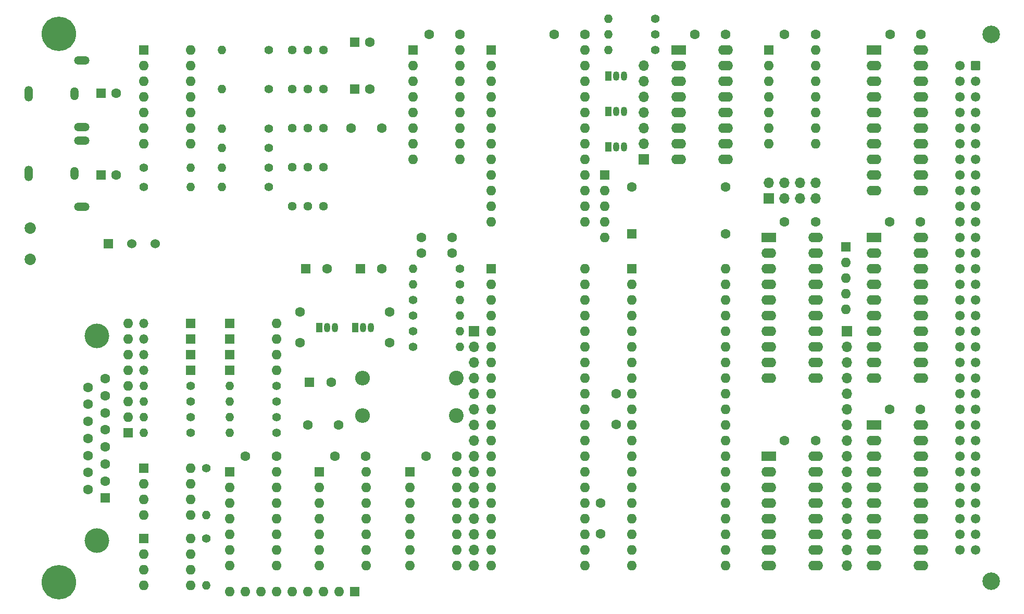
<source format=gbr>
%TF.GenerationSoftware,KiCad,Pcbnew,8.0.6-8.0.6-0~ubuntu22.04.1*%
%TF.CreationDate,2024-11-17T18:13:22+01:00*%
%TF.ProjectId,z80-SOUND,7a38302d-534f-4554-9e44-2e6b69636164,rev?*%
%TF.SameCoordinates,Original*%
%TF.FileFunction,Soldermask,Bot*%
%TF.FilePolarity,Negative*%
%FSLAX46Y46*%
G04 Gerber Fmt 4.6, Leading zero omitted, Abs format (unit mm)*
G04 Created by KiCad (PCBNEW 8.0.6-8.0.6-0~ubuntu22.04.1) date 2024-11-17 18:13:22*
%MOMM*%
%LPD*%
G01*
G04 APERTURE LIST*
G04 Aperture macros list*
%AMRoundRect*
0 Rectangle with rounded corners*
0 $1 Rounding radius*
0 $2 $3 $4 $5 $6 $7 $8 $9 X,Y pos of 4 corners*
0 Add a 4 corners polygon primitive as box body*
4,1,4,$2,$3,$4,$5,$6,$7,$8,$9,$2,$3,0*
0 Add four circle primitives for the rounded corners*
1,1,$1+$1,$2,$3*
1,1,$1+$1,$4,$5*
1,1,$1+$1,$6,$7*
1,1,$1+$1,$8,$9*
0 Add four rect primitives between the rounded corners*
20,1,$1+$1,$2,$3,$4,$5,0*
20,1,$1+$1,$4,$5,$6,$7,0*
20,1,$1+$1,$6,$7,$8,$9,0*
20,1,$1+$1,$8,$9,$2,$3,0*%
G04 Aperture macros list end*
%ADD10C,1.600000*%
%ADD11R,1.600000X1.600000*%
%ADD12O,1.600000X1.600000*%
%ADD13C,1.400000*%
%ADD14O,1.400000X1.400000*%
%ADD15C,2.400000*%
%ADD16O,2.400000X2.400000*%
%ADD17C,1.440000*%
%ADD18C,4.000000*%
%ADD19R,1.700000X1.700000*%
%ADD20O,1.700000X1.700000*%
%ADD21R,1.500000X1.500000*%
%ADD22O,1.500000X1.500000*%
%ADD23O,1.324000X2.124000*%
%ADD24O,2.524000X1.324000*%
%ADD25O,1.324000X2.524000*%
%ADD26R,2.400000X1.600000*%
%ADD27O,2.400000X1.600000*%
%ADD28R,1.050000X1.500000*%
%ADD29O,1.050000X1.500000*%
%ADD30C,2.850000*%
%ADD31C,5.600000*%
%ADD32RoundRect,0.249999X-0.525001X0.525001X-0.525001X-0.525001X0.525001X-0.525001X0.525001X0.525001X0*%
%ADD33C,1.550000*%
%ADD34R,1.524000X1.524000*%
%ADD35C,1.524000*%
%ADD36C,1.854200*%
G04 APERTURE END LIST*
D10*
%TO.C,C12*%
X131525000Y-83820000D03*
X136525000Y-83820000D03*
%TD*%
%TO.C,C7*%
X195580000Y-50800000D03*
X190580000Y-50800000D03*
%TD*%
D11*
%TO.C,U5*%
X142875000Y-53340000D03*
D12*
X142875000Y-55880000D03*
X142875000Y-58420000D03*
X142875000Y-60960000D03*
X142875000Y-63500000D03*
X142875000Y-66040000D03*
X142875000Y-68580000D03*
X142875000Y-71120000D03*
X142875000Y-73660000D03*
X142875000Y-76200000D03*
X142875000Y-78740000D03*
X142875000Y-81280000D03*
X158115000Y-81280000D03*
X158115000Y-78740000D03*
X158115000Y-76200000D03*
X158115000Y-73660000D03*
X158115000Y-71120000D03*
X158115000Y-68580000D03*
X158115000Y-66040000D03*
X158115000Y-63500000D03*
X158115000Y-60960000D03*
X158115000Y-58420000D03*
X158115000Y-55880000D03*
X158115000Y-53340000D03*
%TD*%
D10*
%TO.C,C21*%
X122475000Y-119380000D03*
X117475000Y-119380000D03*
%TD*%
D11*
%TO.C,RN4*%
X120650000Y-141351000D03*
D12*
X118110000Y-141351000D03*
X115570000Y-141351000D03*
X113030000Y-141351000D03*
X110490000Y-141351000D03*
X107950000Y-141351000D03*
X105410000Y-141351000D03*
X102870000Y-141351000D03*
X100330000Y-141351000D03*
%TD*%
D11*
%TO.C,D4*%
X100330000Y-105410000D03*
D12*
X107950000Y-105410000D03*
%TD*%
D11*
%TO.C,C8*%
X120650000Y-52070000D03*
D10*
X123150000Y-52070000D03*
%TD*%
D13*
%TO.C,R21*%
X93980000Y-115545000D03*
D14*
X86360000Y-115545000D03*
%TD*%
D15*
%TO.C,FB2*%
X137160000Y-106680000D03*
D16*
X121920000Y-106680000D03*
%TD*%
D13*
%TO.C,R18*%
X107950000Y-113030000D03*
D14*
X100330000Y-113030000D03*
%TD*%
D17*
%TO.C,RV3*%
X115570000Y-66040000D03*
X113030000Y-66040000D03*
X110490000Y-66040000D03*
%TD*%
D11*
%TO.C,U13*%
X114935000Y-121920000D03*
D12*
X114935000Y-124460000D03*
X114935000Y-127000000D03*
X114935000Y-129540000D03*
X114935000Y-132080000D03*
X114935000Y-134620000D03*
X114935000Y-137160000D03*
X122555000Y-137160000D03*
X122555000Y-134620000D03*
X122555000Y-132080000D03*
X122555000Y-129540000D03*
X122555000Y-127000000D03*
X122555000Y-124460000D03*
X122555000Y-121920000D03*
%TD*%
D11*
%TO.C,C18*%
X112705000Y-88900000D03*
D10*
X116205000Y-88900000D03*
%TD*%
D13*
%TO.C,R5*%
X106680000Y-75565000D03*
D14*
X99060000Y-75565000D03*
%TD*%
D11*
%TO.C,RN2*%
X83820000Y-115570000D03*
D12*
X83820000Y-113030000D03*
X83820000Y-110490000D03*
X83820000Y-107950000D03*
X83820000Y-105410000D03*
X83820000Y-102870000D03*
X83820000Y-100330000D03*
X83820000Y-97790000D03*
%TD*%
D13*
%TO.C,R22*%
X93980000Y-113030000D03*
D14*
X86360000Y-113030000D03*
%TD*%
D18*
%TO.C,J5*%
X78737600Y-99807600D03*
X78737600Y-133107600D03*
D11*
X80157600Y-126152600D03*
D10*
X80157600Y-123382600D03*
X80157600Y-120612600D03*
X80157600Y-117842600D03*
X80157600Y-115072600D03*
X80157600Y-112302600D03*
X80157600Y-109532600D03*
X80157600Y-106762600D03*
X77317600Y-124767600D03*
X77317600Y-121997600D03*
X77317600Y-119227600D03*
X77317600Y-116457600D03*
X77317600Y-113687600D03*
X77317600Y-110917600D03*
X77317600Y-108147600D03*
%TD*%
D13*
%TO.C,R10*%
X130175000Y-99060000D03*
D14*
X137795000Y-99060000D03*
%TD*%
D10*
%TO.C,C26*%
X163195000Y-109220000D03*
X163195000Y-114220000D03*
%TD*%
%TO.C,C2*%
X212685000Y-50800000D03*
X207685000Y-50800000D03*
%TD*%
%TO.C,C25*%
X180975000Y-50800000D03*
X175975000Y-50800000D03*
%TD*%
%TO.C,C4*%
X212645000Y-111760000D03*
X207645000Y-111760000D03*
%TD*%
D11*
%TO.C,RN1*%
X200533000Y-85344000D03*
D12*
X200533000Y-87884000D03*
X200533000Y-90424000D03*
X200533000Y-92964000D03*
X200533000Y-95504000D03*
%TD*%
D19*
%TO.C,U19*%
X167640000Y-71120000D03*
D20*
X167640000Y-68580000D03*
X167640000Y-66040000D03*
X167640000Y-63500000D03*
X167640000Y-60960000D03*
X167640000Y-58420000D03*
X167640000Y-55880000D03*
%TD*%
D21*
%TO.C,D8*%
X93980000Y-105410000D03*
D22*
X86360000Y-105410000D03*
%TD*%
D13*
%TO.C,R15*%
X107950000Y-110490000D03*
D14*
X100330000Y-110490000D03*
%TD*%
D13*
%TO.C,R7*%
X86360000Y-72415000D03*
D14*
X93980000Y-72415000D03*
%TD*%
D13*
%TO.C,R14*%
X137795000Y-91440000D03*
D14*
X130175000Y-91440000D03*
%TD*%
D11*
%TO.C,U7*%
X187960000Y-53340000D03*
D12*
X187960000Y-55880000D03*
X187960000Y-58420000D03*
X187960000Y-60960000D03*
X187960000Y-63500000D03*
X187960000Y-66040000D03*
X187960000Y-68580000D03*
X195580000Y-68580000D03*
X195580000Y-66040000D03*
X195580000Y-63500000D03*
X195580000Y-60960000D03*
X195580000Y-58420000D03*
X195580000Y-55880000D03*
X195580000Y-53340000D03*
%TD*%
D17*
%TO.C,RV4*%
X115570000Y-72390000D03*
X113030000Y-72390000D03*
X110490000Y-72390000D03*
%TD*%
D13*
%TO.C,R4*%
X106680000Y-66065000D03*
D14*
X99060000Y-66065000D03*
%TD*%
D11*
%TO.C,U16*%
X86360000Y-132725000D03*
D12*
X86360000Y-135265000D03*
X86360000Y-137805000D03*
X86360000Y-140345000D03*
X93980000Y-140345000D03*
X93980000Y-137805000D03*
X93980000Y-135265000D03*
X93980000Y-132725000D03*
%TD*%
D10*
%TO.C,C13*%
X131525000Y-86360000D03*
X136525000Y-86360000D03*
%TD*%
D19*
%TO.C,J7*%
X200660000Y-99060000D03*
D20*
X200660000Y-101600000D03*
X200660000Y-104140000D03*
X200660000Y-106680000D03*
X200660000Y-109220000D03*
X200660000Y-111760000D03*
X200660000Y-114300000D03*
X200660000Y-116840000D03*
X200660000Y-119380000D03*
X200660000Y-121920000D03*
X200660000Y-124460000D03*
X200660000Y-127000000D03*
X200660000Y-129540000D03*
X200660000Y-132080000D03*
X200660000Y-134620000D03*
X200660000Y-137160000D03*
%TD*%
D13*
%TO.C,R25*%
X169545000Y-48260000D03*
D14*
X161925000Y-48260000D03*
%TD*%
D17*
%TO.C,RV2*%
X115570000Y-59690000D03*
X113030000Y-59690000D03*
X110490000Y-59690000D03*
%TD*%
D13*
%TO.C,R9*%
X130175000Y-101600000D03*
D14*
X137795000Y-101600000D03*
%TD*%
D10*
%TO.C,C27*%
X160655000Y-127000000D03*
X160655000Y-132000000D03*
%TD*%
D13*
%TO.C,R3*%
X106680000Y-69215000D03*
D14*
X99060000Y-69215000D03*
%TD*%
D13*
%TO.C,R6*%
X106680000Y-72415000D03*
D14*
X99060000Y-72415000D03*
%TD*%
D11*
%TO.C,U15*%
X86360000Y-121280000D03*
D12*
X86360000Y-123820000D03*
X86360000Y-126360000D03*
X86360000Y-128900000D03*
X93980000Y-128900000D03*
X93980000Y-126360000D03*
X93980000Y-123820000D03*
X93980000Y-121280000D03*
%TD*%
D13*
%TO.C,R13*%
X137795000Y-88900000D03*
D14*
X130175000Y-88900000D03*
%TD*%
D23*
%TO.C,J3*%
X75158600Y-60430400D03*
D24*
X76358600Y-55030400D03*
D25*
X67658600Y-60430400D03*
D24*
X76358600Y-65830400D03*
%TD*%
D21*
%TO.C,D6*%
X93980000Y-100330000D03*
D22*
X86360000Y-100330000D03*
%TD*%
D13*
%TO.C,R16*%
X107950000Y-107950000D03*
D14*
X100330000Y-107950000D03*
%TD*%
D17*
%TO.C,RV1*%
X115570000Y-53340000D03*
X113030000Y-53340000D03*
X110490000Y-53340000D03*
%TD*%
%TO.C,RV5*%
X115570000Y-78740000D03*
X113030000Y-78740000D03*
X110490000Y-78740000D03*
%TD*%
D13*
%TO.C,R23*%
X96520000Y-121285000D03*
D14*
X96520000Y-128905000D03*
%TD*%
D10*
%TO.C,C16*%
X126365000Y-100925000D03*
X126365000Y-95925000D03*
%TD*%
%TO.C,C14*%
X113070000Y-114300000D03*
X118070000Y-114300000D03*
%TD*%
D13*
%TO.C,R12*%
X130175000Y-93980000D03*
D14*
X137795000Y-93980000D03*
%TD*%
D26*
%TO.C,U8*%
X187960000Y-119380000D03*
D27*
X187960000Y-121920000D03*
X187960000Y-124460000D03*
X187960000Y-127000000D03*
X187960000Y-129540000D03*
X187960000Y-132080000D03*
X187960000Y-134620000D03*
X187960000Y-137160000D03*
X195580000Y-137160000D03*
X195580000Y-134620000D03*
X195580000Y-132080000D03*
X195580000Y-129540000D03*
X195580000Y-127000000D03*
X195580000Y-124460000D03*
X195580000Y-121920000D03*
X195580000Y-119380000D03*
%TD*%
D10*
%TO.C,C5*%
X195580000Y-116840000D03*
X190580000Y-116840000D03*
%TD*%
D11*
%TO.C,D3*%
X100330000Y-102870000D03*
D12*
X107950000Y-102870000D03*
%TD*%
D13*
%TO.C,R1*%
X106680000Y-53340000D03*
D14*
X99060000Y-53340000D03*
%TD*%
D21*
%TO.C,D7*%
X93980000Y-102870000D03*
D22*
X86360000Y-102870000D03*
%TD*%
D13*
%TO.C,R17*%
X107950000Y-115570000D03*
D14*
X100330000Y-115570000D03*
%TD*%
D11*
%TO.C,U9*%
X142875000Y-88900000D03*
D12*
X142875000Y-91440000D03*
X142875000Y-93980000D03*
X142875000Y-96520000D03*
X142875000Y-99060000D03*
X142875000Y-101600000D03*
X142875000Y-104140000D03*
X142875000Y-106680000D03*
X142875000Y-109220000D03*
X142875000Y-111760000D03*
X142875000Y-114300000D03*
X142875000Y-116840000D03*
X142875000Y-119380000D03*
X142875000Y-121920000D03*
X142875000Y-124460000D03*
X142875000Y-127000000D03*
X142875000Y-129540000D03*
X142875000Y-132080000D03*
X142875000Y-134620000D03*
X142875000Y-137160000D03*
X158115000Y-137160000D03*
X158115000Y-134620000D03*
X158115000Y-132080000D03*
X158115000Y-129540000D03*
X158115000Y-127000000D03*
X158115000Y-124460000D03*
X158115000Y-121920000D03*
X158115000Y-119380000D03*
X158115000Y-116840000D03*
X158115000Y-114300000D03*
X158115000Y-111760000D03*
X158115000Y-109220000D03*
X158115000Y-106680000D03*
X158115000Y-104140000D03*
X158115000Y-101600000D03*
X158115000Y-99060000D03*
X158115000Y-96520000D03*
X158115000Y-93980000D03*
X158115000Y-91440000D03*
X158115000Y-88900000D03*
%TD*%
D11*
%TO.C,C19*%
X121595000Y-88900000D03*
D10*
X125095000Y-88900000D03*
%TD*%
D21*
%TO.C,D5*%
X93980000Y-97790000D03*
D22*
X86360000Y-97790000D03*
%TD*%
D28*
%TO.C,Q1*%
X161925000Y-57510000D03*
D29*
X163195000Y-57510000D03*
X164465000Y-57510000D03*
%TD*%
D28*
%TO.C,Q3*%
X161925000Y-69090000D03*
D29*
X163195000Y-69090000D03*
X164465000Y-69090000D03*
%TD*%
D13*
%TO.C,R27*%
X169545000Y-53340000D03*
D14*
X161925000Y-53340000D03*
%TD*%
D23*
%TO.C,J4*%
X75158600Y-73406000D03*
D24*
X76358600Y-68006000D03*
D25*
X67658600Y-73406000D03*
D24*
X76358600Y-78806000D03*
%TD*%
D11*
%TO.C,X1*%
X165735000Y-83185000D03*
D10*
X180975000Y-83185000D03*
X180975000Y-75565000D03*
X165735000Y-75565000D03*
%TD*%
D11*
%TO.C,D2*%
X100330000Y-100330000D03*
D12*
X107950000Y-100330000D03*
%TD*%
D15*
%TO.C,FB1*%
X137160000Y-112730000D03*
D16*
X121920000Y-112730000D03*
%TD*%
D26*
%TO.C,U1*%
X187960000Y-83820000D03*
D27*
X187960000Y-86360000D03*
X187960000Y-88900000D03*
X187960000Y-91440000D03*
X187960000Y-93980000D03*
X187960000Y-96520000D03*
X187960000Y-99060000D03*
X187960000Y-101600000D03*
X187960000Y-104140000D03*
X187960000Y-106680000D03*
X195580000Y-106680000D03*
X195580000Y-104140000D03*
X195580000Y-101600000D03*
X195580000Y-99060000D03*
X195580000Y-96520000D03*
X195580000Y-93980000D03*
X195580000Y-91440000D03*
X195580000Y-88900000D03*
X195580000Y-86360000D03*
X195580000Y-83820000D03*
%TD*%
D13*
%TO.C,R11*%
X130175000Y-96520000D03*
D14*
X137795000Y-96520000D03*
%TD*%
D11*
%TO.C,U11*%
X86360000Y-53340000D03*
D12*
X86360000Y-55880000D03*
X86360000Y-58420000D03*
X86360000Y-60960000D03*
X86360000Y-63500000D03*
X86360000Y-66040000D03*
X86360000Y-68580000D03*
X93980000Y-68580000D03*
X93980000Y-66040000D03*
X93980000Y-63500000D03*
X93980000Y-60960000D03*
X93980000Y-58420000D03*
X93980000Y-55880000D03*
X93980000Y-53340000D03*
%TD*%
D11*
%TO.C,U14*%
X129667000Y-121920000D03*
D12*
X129667000Y-124460000D03*
X129667000Y-127000000D03*
X129667000Y-129540000D03*
X129667000Y-132080000D03*
X129667000Y-134620000D03*
X129667000Y-137160000D03*
X137287000Y-137160000D03*
X137287000Y-134620000D03*
X137287000Y-132080000D03*
X137287000Y-129540000D03*
X137287000Y-127000000D03*
X137287000Y-124460000D03*
X137287000Y-121920000D03*
%TD*%
D11*
%TO.C,C10*%
X79415000Y-60325000D03*
D10*
X81915000Y-60325000D03*
%TD*%
D30*
%TO.C,J1*%
X224155000Y-50800000D03*
X224155000Y-139700000D03*
D31*
X72610000Y-50673000D03*
X72610000Y-139827000D03*
D32*
X221615000Y-55880000D03*
D33*
X221615000Y-58420000D03*
X221615000Y-60960000D03*
X221615000Y-63500000D03*
X221615000Y-66040000D03*
X221615000Y-68580000D03*
X221615000Y-71120000D03*
X221615000Y-73660000D03*
X221615000Y-76200000D03*
X221615000Y-78740000D03*
X221615000Y-81280000D03*
X221615000Y-83820000D03*
X221615000Y-86360000D03*
X221615000Y-88900000D03*
X221615000Y-91440000D03*
X221615000Y-93980000D03*
X221615000Y-96520000D03*
X221615000Y-99060000D03*
X221615000Y-101600000D03*
X221615000Y-104140000D03*
X221615000Y-106680000D03*
X221615000Y-109220000D03*
X221615000Y-111760000D03*
X221615000Y-114300000D03*
X221615000Y-116840000D03*
X221615000Y-119380000D03*
X221615000Y-121920000D03*
X221615000Y-124460000D03*
X221615000Y-127000000D03*
X221615000Y-129540000D03*
X221615000Y-132080000D03*
X221615000Y-134620000D03*
X219075000Y-55880000D03*
X219075000Y-58420000D03*
X219075000Y-60960000D03*
X219075000Y-63500000D03*
X219075000Y-66040000D03*
X219075000Y-68580000D03*
X219075000Y-71120000D03*
X219075000Y-73660000D03*
X219075000Y-76200000D03*
X219075000Y-78740000D03*
X219075000Y-81280000D03*
X219075000Y-83820000D03*
X219075000Y-86360000D03*
X219075000Y-88900000D03*
X219075000Y-91440000D03*
X219075000Y-93980000D03*
X219075000Y-96520000D03*
X219075000Y-99060000D03*
X219075000Y-101600000D03*
X219075000Y-104140000D03*
X219075000Y-106680000D03*
X219075000Y-109220000D03*
X219075000Y-111760000D03*
X219075000Y-114300000D03*
X219075000Y-116840000D03*
X219075000Y-119380000D03*
X219075000Y-121920000D03*
X219075000Y-124460000D03*
X219075000Y-127000000D03*
X219075000Y-129540000D03*
X219075000Y-132080000D03*
X219075000Y-134620000D03*
%TD*%
D13*
%TO.C,R26*%
X169545000Y-50800000D03*
D14*
X161925000Y-50800000D03*
%TD*%
D11*
%TO.C,D1*%
X100330000Y-97790000D03*
D12*
X107950000Y-97790000D03*
%TD*%
D10*
%TO.C,C3*%
X212645000Y-81280000D03*
X207645000Y-81280000D03*
%TD*%
D19*
%TO.C,J6*%
X187960000Y-77470000D03*
D20*
X187960000Y-74930000D03*
X190500000Y-77470000D03*
X190500000Y-74930000D03*
X193040000Y-77470000D03*
X193040000Y-74930000D03*
X195580000Y-77470000D03*
X195580000Y-74930000D03*
%TD*%
D13*
%TO.C,R8*%
X86360000Y-75565000D03*
D14*
X93980000Y-75565000D03*
%TD*%
D10*
%TO.C,C23*%
X137795000Y-50800000D03*
X132795000Y-50800000D03*
%TD*%
D13*
%TO.C,R24*%
X96520000Y-132715000D03*
D14*
X96520000Y-140335000D03*
%TD*%
D28*
%TO.C,U18*%
X120777000Y-98425000D03*
D29*
X122047000Y-98425000D03*
X123317000Y-98425000D03*
%TD*%
D11*
%TO.C,U6*%
X130175000Y-53340000D03*
D12*
X130175000Y-55880000D03*
X130175000Y-58420000D03*
X130175000Y-60960000D03*
X130175000Y-63500000D03*
X130175000Y-66040000D03*
X130175000Y-68580000D03*
X130175000Y-71120000D03*
X137795000Y-71120000D03*
X137795000Y-68580000D03*
X137795000Y-66040000D03*
X137795000Y-63500000D03*
X137795000Y-60960000D03*
X137795000Y-58420000D03*
X137795000Y-55880000D03*
X137795000Y-53340000D03*
%TD*%
D10*
%TO.C,C15*%
X111760000Y-95925000D03*
X111760000Y-100925000D03*
%TD*%
%TO.C,C22*%
X107950000Y-119380000D03*
X102950000Y-119380000D03*
%TD*%
%TO.C,C1*%
X195580000Y-81280000D03*
X190580000Y-81280000D03*
%TD*%
D11*
%TO.C,C11*%
X79415000Y-73660000D03*
D10*
X81915000Y-73660000D03*
%TD*%
D13*
%TO.C,R20*%
X93980000Y-107950000D03*
D14*
X86360000Y-107950000D03*
%TD*%
D28*
%TO.C,U17*%
X114935000Y-98425000D03*
D29*
X116205000Y-98425000D03*
X117475000Y-98425000D03*
%TD*%
D28*
%TO.C,Q2*%
X161925000Y-63300000D03*
D29*
X163195000Y-63300000D03*
X164465000Y-63300000D03*
%TD*%
D26*
%TO.C,U10*%
X173355000Y-53340000D03*
D27*
X173355000Y-55880000D03*
X173355000Y-58420000D03*
X173355000Y-60960000D03*
X173355000Y-63500000D03*
X173355000Y-66040000D03*
X173355000Y-68580000D03*
X173355000Y-71120000D03*
X180975000Y-71120000D03*
X180975000Y-68580000D03*
X180975000Y-66040000D03*
X180975000Y-63500000D03*
X180975000Y-60960000D03*
X180975000Y-58420000D03*
X180975000Y-55880000D03*
X180975000Y-53340000D03*
%TD*%
D34*
%TO.C,SW1*%
X80645000Y-84815000D03*
D35*
X84455000Y-84815000D03*
X88265000Y-84815000D03*
D36*
X67945000Y-82275000D03*
X67945000Y-87355000D03*
%TD*%
D13*
%TO.C,R19*%
X93980000Y-110490000D03*
D14*
X86360000Y-110490000D03*
%TD*%
D13*
%TO.C,R2*%
X106680000Y-59690000D03*
D14*
X99060000Y-59690000D03*
%TD*%
D10*
%TO.C,C24*%
X158115000Y-50800000D03*
X153115000Y-50800000D03*
%TD*%
D26*
%TO.C,U2*%
X205105000Y-53340000D03*
D27*
X205105000Y-55880000D03*
X205105000Y-58420000D03*
X205105000Y-60960000D03*
X205105000Y-63500000D03*
X205105000Y-66040000D03*
X205105000Y-68580000D03*
X205105000Y-71120000D03*
X205105000Y-73660000D03*
X205105000Y-76200000D03*
X212725000Y-76200000D03*
X212725000Y-73660000D03*
X212725000Y-71120000D03*
X212725000Y-68580000D03*
X212725000Y-66040000D03*
X212725000Y-63500000D03*
X212725000Y-60960000D03*
X212725000Y-58420000D03*
X212725000Y-55880000D03*
X212725000Y-53340000D03*
%TD*%
D19*
%TO.C,J2*%
X140081000Y-99060000D03*
D20*
X140081000Y-101600000D03*
X140081000Y-104140000D03*
X140081000Y-106680000D03*
X140081000Y-109220000D03*
X140081000Y-111760000D03*
X140081000Y-114300000D03*
X140081000Y-116840000D03*
X140081000Y-119380000D03*
X140081000Y-121920000D03*
X140081000Y-124460000D03*
X140081000Y-127000000D03*
X140081000Y-129540000D03*
X140081000Y-132080000D03*
X140081000Y-134620000D03*
X140081000Y-137160000D03*
%TD*%
D10*
%TO.C,C20*%
X137287000Y-119380000D03*
X132287000Y-119380000D03*
%TD*%
%TO.C,C6*%
X125055000Y-66040000D03*
X120055000Y-66040000D03*
%TD*%
D26*
%TO.C,U3*%
X205105000Y-83820000D03*
D27*
X205105000Y-86360000D03*
X205105000Y-88900000D03*
X205105000Y-91440000D03*
X205105000Y-93980000D03*
X205105000Y-96520000D03*
X205105000Y-99060000D03*
X205105000Y-101600000D03*
X205105000Y-104140000D03*
X205105000Y-106680000D03*
X212725000Y-106680000D03*
X212725000Y-104140000D03*
X212725000Y-101600000D03*
X212725000Y-99060000D03*
X212725000Y-96520000D03*
X212725000Y-93980000D03*
X212725000Y-91440000D03*
X212725000Y-88900000D03*
X212725000Y-86360000D03*
X212725000Y-83820000D03*
%TD*%
D11*
%TO.C,C9*%
X120650000Y-59690000D03*
D10*
X123150000Y-59690000D03*
%TD*%
D26*
%TO.C,U4*%
X205105000Y-114300000D03*
D27*
X205105000Y-116840000D03*
X205105000Y-119380000D03*
X205105000Y-121920000D03*
X205105000Y-124460000D03*
X205105000Y-127000000D03*
X205105000Y-129540000D03*
X205105000Y-132080000D03*
X205105000Y-134620000D03*
X205105000Y-137160000D03*
X212725000Y-137160000D03*
X212725000Y-134620000D03*
X212725000Y-132080000D03*
X212725000Y-129540000D03*
X212725000Y-127000000D03*
X212725000Y-124460000D03*
X212725000Y-121920000D03*
X212725000Y-119380000D03*
X212725000Y-116840000D03*
X212725000Y-114300000D03*
%TD*%
D11*
%TO.C,IC1*%
X165735000Y-88900000D03*
D12*
X165735000Y-91440000D03*
X165735000Y-93980000D03*
X165735000Y-96520000D03*
X165735000Y-99060000D03*
X165735000Y-101600000D03*
X165735000Y-104140000D03*
X165735000Y-106680000D03*
X165735000Y-109220000D03*
X165735000Y-111760000D03*
X165735000Y-114300000D03*
X165735000Y-116840000D03*
X165735000Y-119380000D03*
X165735000Y-121920000D03*
X165735000Y-124460000D03*
X165735000Y-127000000D03*
X165735000Y-129540000D03*
X165735000Y-132080000D03*
X165735000Y-134620000D03*
X165735000Y-137160000D03*
X180975000Y-137160000D03*
X180975000Y-134620000D03*
X180975000Y-132080000D03*
X180975000Y-129540000D03*
X180975000Y-127000000D03*
X180975000Y-124460000D03*
X180975000Y-121920000D03*
X180975000Y-119380000D03*
X180975000Y-116840000D03*
X180975000Y-114300000D03*
X180975000Y-111760000D03*
X180975000Y-109220000D03*
X180975000Y-106680000D03*
X180975000Y-104140000D03*
X180975000Y-101600000D03*
X180975000Y-99060000D03*
X180975000Y-96520000D03*
X180975000Y-93980000D03*
X180975000Y-91440000D03*
X180975000Y-88900000D03*
%TD*%
D11*
%TO.C,U12*%
X100330000Y-121915000D03*
D12*
X100330000Y-124455000D03*
X100330000Y-126995000D03*
X100330000Y-129535000D03*
X100330000Y-132075000D03*
X100330000Y-134615000D03*
X100330000Y-137155000D03*
X107950000Y-137155000D03*
X107950000Y-134615000D03*
X107950000Y-132075000D03*
X107950000Y-129535000D03*
X107950000Y-126995000D03*
X107950000Y-124455000D03*
X107950000Y-121915000D03*
%TD*%
D11*
%TO.C,RN3*%
X161290000Y-73660000D03*
D12*
X161290000Y-76200000D03*
X161290000Y-78740000D03*
X161290000Y-81280000D03*
X161290000Y-83820000D03*
%TD*%
D11*
%TO.C,C17*%
X113340000Y-107315000D03*
D10*
X116840000Y-107315000D03*
%TD*%
M02*

</source>
